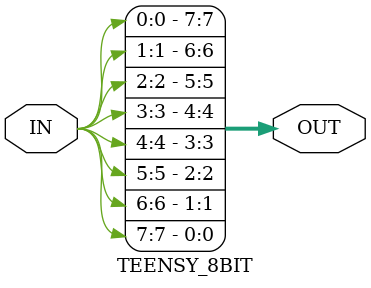
<source format=v>
module DATA_IN_VAR_TEENSY(
	//
	input [7:0] FPGA_TO_TEENSY_8BIT_01,
	input [7:0] FPGA_TO_TEENSY_8BIT_02,
	input [7:0] FPGA_TO_TEENSY_8BIT_03,
	input [7:0] FPGA_TO_TEENSY_8BIT_04,
	input [7:0] FPGA_TO_TEENSY_8BIT_05,
	input [7:0] FPGA_TO_TEENSY_8BIT_06,
	input [7:0] FPGA_TO_TEENSY_8BIT_07,
	input [7:0] FPGA_TO_TEENSY_8BIT_08,
	input [7:0] FPGA_TO_TEENSY_8BIT_09,
	input [7:0] FPGA_TO_TEENSY_8BIT_10,
	//
	input [15:0] FPGA_TO_TEENSY_16BIT_01,
	input [15:0] FPGA_TO_TEENSY_16BIT_02,
	input [15:0] FPGA_TO_TEENSY_16BIT_03,
	input [15:0] FPGA_TO_TEENSY_16BIT_04,
	input [15:0] FPGA_TO_TEENSY_16BIT_05,
	input [15:0] FPGA_TO_TEENSY_16BIT_06,
	input [15:0] FPGA_TO_TEENSY_16BIT_07,
	input [15:0] FPGA_TO_TEENSY_16BIT_08,
	input [15:0] FPGA_TO_TEENSY_16BIT_09,
	input [15:0] FPGA_TO_TEENSY_16BIT_10,
	input [15:0] FPGA_TO_TEENSY_16BIT_11,
	input [15:0] FPGA_TO_TEENSY_16BIT_12,
	input [15:0] FPGA_TO_TEENSY_16BIT_13,
	input [15:0] FPGA_TO_TEENSY_16BIT_14,
	input [15:0] FPGA_TO_TEENSY_16BIT_15,
	input [15:0] FPGA_TO_TEENSY_16BIT_16,
	input [15:0] FPGA_TO_TEENSY_16BIT_17,
	input [15:0] FPGA_TO_TEENSY_16BIT_18,
	input [15:0] FPGA_TO_TEENSY_16BIT_19,
	input [15:0] FPGA_TO_TEENSY_16BIT_20,
	input [15:0] FPGA_TO_TEENSY_16BIT_21,
	input [15:0] FPGA_TO_TEENSY_16BIT_22,
	input [15:0] FPGA_TO_TEENSY_16BIT_23,
	input [15:0] FPGA_TO_TEENSY_16BIT_24,
	input [15:0] FPGA_TO_TEENSY_16BIT_25,
	input [15:0] FPGA_TO_TEENSY_16BIT_26,
	input [15:0] FPGA_TO_TEENSY_16BIT_27,
	//
	output [511:0] DATA
	);
	//
	TEENSY_8BIT  teensy_8bit_01(FPGA_TO_TEENSY_8BIT_01[7:0],    DATA[007:000]);
	TEENSY_8BIT  teensy_8bit_02(FPGA_TO_TEENSY_8BIT_02[7:0],    DATA[015:008]);
	TEENSY_8BIT  teensy_8bit_03(FPGA_TO_TEENSY_8BIT_03[7:0],    DATA[023:016]);
	TEENSY_8BIT  teensy_8bit_04(FPGA_TO_TEENSY_8BIT_04[7:0],    DATA[031:024]);
	TEENSY_8BIT  teensy_8bit_05(FPGA_TO_TEENSY_8BIT_05[7:0],    DATA[039:032]);
	TEENSY_8BIT  teensy_8bit_06(FPGA_TO_TEENSY_8BIT_06[7:0],    DATA[047:040]);
	TEENSY_8BIT  teensy_8bit_07(FPGA_TO_TEENSY_8BIT_07[7:0],    DATA[055:048]);
	TEENSY_8BIT  teensy_8bit_08(FPGA_TO_TEENSY_8BIT_08[7:0],    DATA[063:056]);
	TEENSY_8BIT  teensy_8bit_09(FPGA_TO_TEENSY_8BIT_09[7:0],    DATA[071:064]);
	TEENSY_8BIT  teensy_8bit_10(FPGA_TO_TEENSY_8BIT_10[7:0],    DATA[079:072]);
	//
	TEENSY_16BIT teensy_16bit_01(FPGA_TO_TEENSY_16BIT_01[15:0], DATA[095:080]);
	TEENSY_16BIT teensy_16bit_02(FPGA_TO_TEENSY_16BIT_02[15:0], DATA[111:096]);
	TEENSY_16BIT teensy_16bit_03(FPGA_TO_TEENSY_16BIT_03[15:0], DATA[127:112]);
	TEENSY_16BIT teensy_16bit_04(FPGA_TO_TEENSY_16BIT_04[15:0], DATA[143:128]);
	TEENSY_16BIT teensy_16bit_05(FPGA_TO_TEENSY_16BIT_05[15:0], DATA[159:144]);
	TEENSY_16BIT teensy_16bit_06(FPGA_TO_TEENSY_16BIT_06[15:0], DATA[175:160]);
	TEENSY_16BIT teensy_16bit_07(FPGA_TO_TEENSY_16BIT_07[15:0], DATA[191:176]);
	TEENSY_16BIT teensy_16bit_08(FPGA_TO_TEENSY_16BIT_08[15:0], DATA[207:192]);
	TEENSY_16BIT teensy_16bit_09(FPGA_TO_TEENSY_16BIT_09[15:0], DATA[223:208]);
	TEENSY_16BIT teensy_16bit_10(FPGA_TO_TEENSY_16BIT_10[15:0], DATA[239:224]);
	TEENSY_16BIT teensy_16bit_11(FPGA_TO_TEENSY_16BIT_11[15:0], DATA[255:240]);
	TEENSY_16BIT teensy_16bit_12(FPGA_TO_TEENSY_16BIT_12[15:0], DATA[271:256]);
	TEENSY_16BIT teensy_16bit_13(FPGA_TO_TEENSY_16BIT_13[15:0], DATA[287:272]);
	TEENSY_16BIT teensy_16bit_14(FPGA_TO_TEENSY_16BIT_14[15:0], DATA[303:288]);
	TEENSY_16BIT teensy_16bit_15(FPGA_TO_TEENSY_16BIT_15[15:0], DATA[319:304]);
	TEENSY_16BIT teensy_16bit_16(FPGA_TO_TEENSY_16BIT_16[15:0], DATA[335:320]);
	TEENSY_16BIT teensy_16bit_17(FPGA_TO_TEENSY_16BIT_17[15:0], DATA[351:336]);
	TEENSY_16BIT teensy_16bit_18(FPGA_TO_TEENSY_16BIT_18[15:0], DATA[367:352]);
	TEENSY_16BIT teensy_16bit_19(FPGA_TO_TEENSY_16BIT_19[15:0], DATA[383:368]);
	TEENSY_16BIT teensy_16bit_20(FPGA_TO_TEENSY_16BIT_20[15:0], DATA[399:384]);
	TEENSY_16BIT teensy_16bit_21(FPGA_TO_TEENSY_16BIT_21[15:0], DATA[415:400]);
	TEENSY_16BIT teensy_16bit_22(FPGA_TO_TEENSY_16BIT_22[15:0], DATA[431:416]);
	TEENSY_16BIT teensy_16bit_23(FPGA_TO_TEENSY_16BIT_23[15:0], DATA[447:432]);
	TEENSY_16BIT teensy_16bit_24(FPGA_TO_TEENSY_16BIT_24[15:0], DATA[463:448]);
	TEENSY_16BIT teensy_16bit_25(FPGA_TO_TEENSY_16BIT_25[15:0], DATA[479:464]);
	TEENSY_16BIT teensy_16bit_26(FPGA_TO_TEENSY_16BIT_26[15:0], DATA[495:480]);
	TEENSY_16BIT teensy_16bit_27(FPGA_TO_TEENSY_16BIT_27[15:0], DATA[511:496]);
	//
endmodule
////////////////////////////////////////////////////////////////////////////////////////////
module DATA_OUT_VAR_TEENSY(
	//
	input [511:0] DATA,
	//
	output [7:0] TEENSY_TO_FPGA_8BIT_01,
	output [7:0] TEENSY_TO_FPGA_8BIT_02,
	output [7:0] TEENSY_TO_FPGA_8BIT_03,
	output [7:0] TEENSY_TO_FPGA_8BIT_04,
	output [7:0] TEENSY_TO_FPGA_8BIT_05,
	output [7:0] TEENSY_TO_FPGA_8BIT_06,
	output [7:0] TEENSY_TO_FPGA_8BIT_07,
	output [7:0] TEENSY_TO_FPGA_8BIT_08,
	output [7:0] TEENSY_TO_FPGA_8BIT_09,
	output [7:0] TEENSY_TO_FPGA_8BIT_10,
	output [7:0] TEENSY_TO_FPGA_8BIT_11,
	output [7:0] TEENSY_TO_FPGA_8BIT_12,
	output [7:0] TEENSY_TO_FPGA_8BIT_13,
	output [7:0] TEENSY_TO_FPGA_8BIT_14,
	output [7:0] TEENSY_TO_FPGA_8BIT_15,
	output [7:0] TEENSY_TO_FPGA_8BIT_16,
	output [7:0] TEENSY_TO_FPGA_8BIT_17,
	output [7:0] TEENSY_TO_FPGA_8BIT_18,
	output [7:0] TEENSY_TO_FPGA_8BIT_19,
	output [7:0] TEENSY_TO_FPGA_8BIT_20,
	output [7:0] TEENSY_TO_FPGA_8BIT_21,
	output [7:0] TEENSY_TO_FPGA_8BIT_22,
	output [7:0] TEENSY_TO_FPGA_8BIT_23,
	output [7:0] TEENSY_TO_FPGA_8BIT_24,
	output [7:0] TEENSY_TO_FPGA_8BIT_25,
	output [7:0] TEENSY_TO_FPGA_8BIT_26,
	output [7:0] TEENSY_TO_FPGA_8BIT_27,
	output [7:0] TEENSY_TO_FPGA_8BIT_28,
	output [7:0] TEENSY_TO_FPGA_8BIT_29,
	output [7:0] TEENSY_TO_FPGA_8BIT_30,
	output [7:0] TEENSY_TO_FPGA_8BIT_31,
	output [7:0] TEENSY_TO_FPGA_8BIT_32,
	output [7:0] TEENSY_TO_FPGA_8BIT_33,
	output [7:0] TEENSY_TO_FPGA_8BIT_34,
	//
	output [15:0] TEENSY_TO_FPGA_16BIT_01,
	output [15:0] TEENSY_TO_FPGA_16BIT_02,
	output [15:0] TEENSY_TO_FPGA_16BIT_03,
	output [15:0] TEENSY_TO_FPGA_16BIT_04,
	output [15:0] TEENSY_TO_FPGA_16BIT_05,
	output [15:0] TEENSY_TO_FPGA_16BIT_06,
	output [15:0] TEENSY_TO_FPGA_16BIT_07,
	output [15:0] TEENSY_TO_FPGA_16BIT_08,
	output [15:0] TEENSY_TO_FPGA_16BIT_09,
	output [15:0] TEENSY_TO_FPGA_16BIT_10,
	output [15:0] TEENSY_TO_FPGA_16BIT_11,
	output [15:0] TEENSY_TO_FPGA_16BIT_12,
	output [15:0] TEENSY_TO_FPGA_16BIT_13,
	output [15:0] TEENSY_TO_FPGA_16BIT_14,
	output [15:0] TEENSY_TO_FPGA_16BIT_15
	);
	//
	TEENSY_8BIT teensy_8bit_01(DATA[007:000],   TEENSY_TO_FPGA_8BIT_01[7:0]);
	TEENSY_8BIT teensy_8bit_02(DATA[015:008],   TEENSY_TO_FPGA_8BIT_02[7:0]);
	TEENSY_8BIT teensy_8bit_03(DATA[023:016],   TEENSY_TO_FPGA_8BIT_03[7:0]);
	TEENSY_8BIT teensy_8bit_04(DATA[031:024],   TEENSY_TO_FPGA_8BIT_04[7:0]);
	TEENSY_8BIT teensy_8bit_05(DATA[039:032],   TEENSY_TO_FPGA_8BIT_05[7:0]);
	TEENSY_8BIT teensy_8bit_06(DATA[047:040],   TEENSY_TO_FPGA_8BIT_06[7:0]);
	TEENSY_8BIT teensy_8bit_07(DATA[055:048],   TEENSY_TO_FPGA_8BIT_07[7:0]);
	TEENSY_8BIT teensy_8bit_08(DATA[063:056],   TEENSY_TO_FPGA_8BIT_08[7:0]);
	TEENSY_8BIT teensy_8bit_09(DATA[071:064],   TEENSY_TO_FPGA_8BIT_09[7:0]);
	TEENSY_8BIT teensy_8bit_10(DATA[079:072],   TEENSY_TO_FPGA_8BIT_10[7:0]);
	TEENSY_8BIT teensy_8bit_11(DATA[087:080],   TEENSY_TO_FPGA_8BIT_11[7:0]);
	TEENSY_8BIT teensy_8bit_12(DATA[095:088],   TEENSY_TO_FPGA_8BIT_12[7:0]);
	TEENSY_8BIT teensy_8bit_13(DATA[103:096],   TEENSY_TO_FPGA_8BIT_13[7:0]);
	TEENSY_8BIT teensy_8bit_14(DATA[111:104],   TEENSY_TO_FPGA_8BIT_14[7:0]);
	TEENSY_8BIT teensy_8bit_15(DATA[119:112],   TEENSY_TO_FPGA_8BIT_15[7:0]);
	TEENSY_8BIT teensy_8bit_16(DATA[127:120],   TEENSY_TO_FPGA_8BIT_16[7:0]);
	TEENSY_8BIT teensy_8bit_17(DATA[135:128],   TEENSY_TO_FPGA_8BIT_17[7:0]);
	TEENSY_8BIT teensy_8bit_18(DATA[143:136],   TEENSY_TO_FPGA_8BIT_18[7:0]);
	TEENSY_8BIT teensy_8bit_19(DATA[151:144],   TEENSY_TO_FPGA_8BIT_19[7:0]);
	TEENSY_8BIT teensy_8bit_20(DATA[159:152],   TEENSY_TO_FPGA_8BIT_20[7:0]);
	TEENSY_8BIT teensy_8bit_21(DATA[167:160],   TEENSY_TO_FPGA_8BIT_21[7:0]);
	TEENSY_8BIT teensy_8bit_22(DATA[175:168],   TEENSY_TO_FPGA_8BIT_22[7:0]);
	TEENSY_8BIT teensy_8bit_23(DATA[183:176],   TEENSY_TO_FPGA_8BIT_23[7:0]);
	TEENSY_8BIT teensy_8bit_24(DATA[191:184],   TEENSY_TO_FPGA_8BIT_24[7:0]);
	TEENSY_8BIT teensy_8bit_25(DATA[199:192],   TEENSY_TO_FPGA_8BIT_25[7:0]);
	TEENSY_8BIT teensy_8bit_26(DATA[207:200],   TEENSY_TO_FPGA_8BIT_26[7:0]);
	TEENSY_8BIT teensy_8bit_27(DATA[215:208],   TEENSY_TO_FPGA_8BIT_27[7:0]);
	TEENSY_8BIT teensy_8bit_28(DATA[223:216],   TEENSY_TO_FPGA_8BIT_28[7:0]);
	TEENSY_8BIT teensy_8bit_29(DATA[231:224],   TEENSY_TO_FPGA_8BIT_29[7:0]);
	TEENSY_8BIT teensy_8bit_30(DATA[239:232],   TEENSY_TO_FPGA_8BIT_30[7:0]);
	TEENSY_8BIT teensy_8bit_31(DATA[247:240],   TEENSY_TO_FPGA_8BIT_31[7:0]);
	TEENSY_8BIT teensy_8bit_32(DATA[255:248],   TEENSY_TO_FPGA_8BIT_32[7:0]);
	TEENSY_8BIT teensy_8bit_33(DATA[263:256],   TEENSY_TO_FPGA_8BIT_33[7:0]);
	TEENSY_8BIT teensy_8bit_34(DATA[271:264],   TEENSY_TO_FPGA_8BIT_34[7:0]);
	//
	TEENSY_16BIT teensy_16bit_01(DATA[287:272], TEENSY_TO_FPGA_16BIT_01[15:0]);
	TEENSY_16BIT teensy_16bit_02(DATA[303:288], TEENSY_TO_FPGA_16BIT_02[15:0]);
	TEENSY_16BIT teensy_16bit_03(DATA[319:304], TEENSY_TO_FPGA_16BIT_03[15:0]);
	TEENSY_16BIT teensy_16bit_04(DATA[335:320], TEENSY_TO_FPGA_16BIT_04[15:0]);
	TEENSY_16BIT teensy_16bit_05(DATA[351:336], TEENSY_TO_FPGA_16BIT_05[15:0]);
	TEENSY_16BIT teensy_16bit_06(DATA[367:352], TEENSY_TO_FPGA_16BIT_06[15:0]);
	TEENSY_16BIT teensy_16bit_07(DATA[383:368], TEENSY_TO_FPGA_16BIT_07[15:0]);
	TEENSY_16BIT teensy_16bit_08(DATA[399:384], TEENSY_TO_FPGA_16BIT_08[15:0]);
	TEENSY_16BIT teensy_16bit_09(DATA[415:400], TEENSY_TO_FPGA_16BIT_09[15:0]);
	TEENSY_16BIT teensy_16bit_10(DATA[431:416], TEENSY_TO_FPGA_16BIT_10[15:0]);
	TEENSY_16BIT teensy_16bit_11(DATA[447:432], TEENSY_TO_FPGA_16BIT_11[15:0]);
	TEENSY_16BIT teensy_16bit_12(DATA[463:448], TEENSY_TO_FPGA_16BIT_12[15:0]);
	TEENSY_16BIT teensy_16bit_13(DATA[479:464], TEENSY_TO_FPGA_16BIT_13[15:0]);
	TEENSY_16BIT teensy_16bit_14(DATA[495:480], TEENSY_TO_FPGA_16BIT_14[15:0]);
	TEENSY_16BIT teensy_16bit_15(DATA[511:496], TEENSY_TO_FPGA_16BIT_15[15:0]);
	//
	//Prozessabbild: 64 Bytes
endmodule
////////////////////////////////////////////////////////////////////////////////////////////
module TEENSY_32BIT(
	input [31:0] IN,
	output [31:0] OUT
	);
	//
	TEENSY_8BIT teensy_8bit_1(IN[31:24], OUT[31:24]);
	TEENSY_8BIT teensy_8bit_2(IN[23:16], OUT[23:16]);
	TEENSY_8BIT teensy_8bit_3(IN[15:08], OUT[15:08]);
	TEENSY_8BIT teensy_8bit_4(IN[07:00], OUT[07:00]);
	//
endmodule
//
module TEENSY_16BIT(
	input [15:0] IN,
	output [15:0] OUT
	);
	//
	TEENSY_8BIT teensy_8bit_1(IN[15:08], OUT[15:08]);
	TEENSY_8BIT teensy_8bit_2(IN[07:00], OUT[07:00]);
	//
endmodule
//
module TEENSY_8BIT(
	input [7:0] IN,
	output [7:0] OUT
	);
	//	
	assign OUT[0] = IN[7];	
	assign OUT[1] = IN[6];	
	assign OUT[2] = IN[5];	
	assign OUT[3] = IN[4];	
	assign OUT[4] = IN[3];	
	assign OUT[5] = IN[2];	
	assign OUT[6] = IN[1];
	assign OUT[7] = IN[0];
	//
endmodule
////////////////////////////////////////////////////////////////////////////////////////////

</source>
